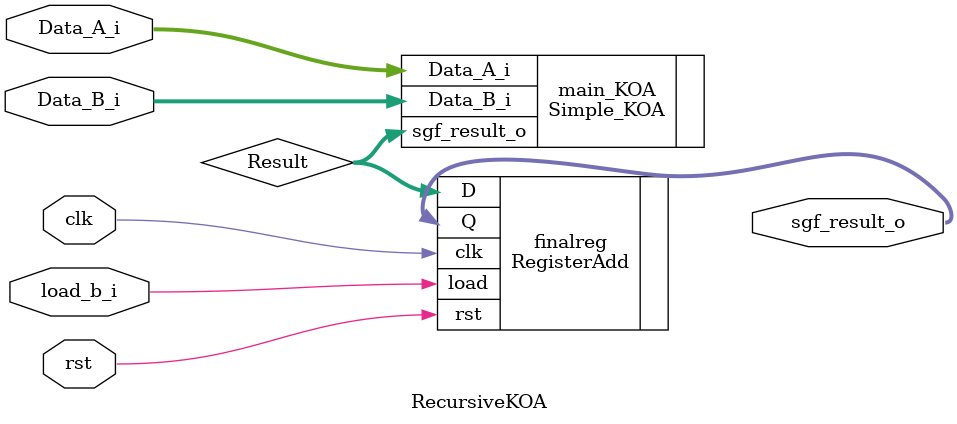
<source format=v>
`timescale 1ns / 1ps


module RecursiveKOA
   #(parameter SW = 24
    //#(parameter SW = 56
    )  //Se está optimizando el modulo para FPGA o para un ASIC
	(
    input wire clk,
    input wire rst,
    input wire load_b_i,
    input wire [SW-1:0] Data_A_i,
    input wire [SW-1:0] Data_B_i,
    output wire [2*SW-1:0] sgf_result_o
    );

//genvar precision = 1;


////////////////////WIRE DECLARATIONS

wire [2*SW-1:0] Result;



///////////////////////////INSTANCIATIONS//////////////////

/////////////////////FIRST KOA MULTIPLIER//////////////////
        

    	   Simple_KOA #(.SW(SW)) main_KOA(
                .Data_A_i(Data_A_i[SW-1:0]/*P=SW*/),
                .Data_B_i(Data_B_i[SW-1:0]/*P=SW*/),
                .sgf_result_o(Result[2*SW-1:0]) /*P=SW*/
            );	


//////////////////////Following REG///////////////////

            RegisterAdd #(.W(2*SW)) finalreg ( //Data X input register
                .clk(clk), 
                .rst(rst), 
                .load(load_b_i), 
                .D(Result[2*SW-1:0]/*P=2*SW*/), 
                .Q({sgf_result_o[2*SW-1:0]})
            );

///////////////////////END OF CODE////////////////////

endmodule

</source>
